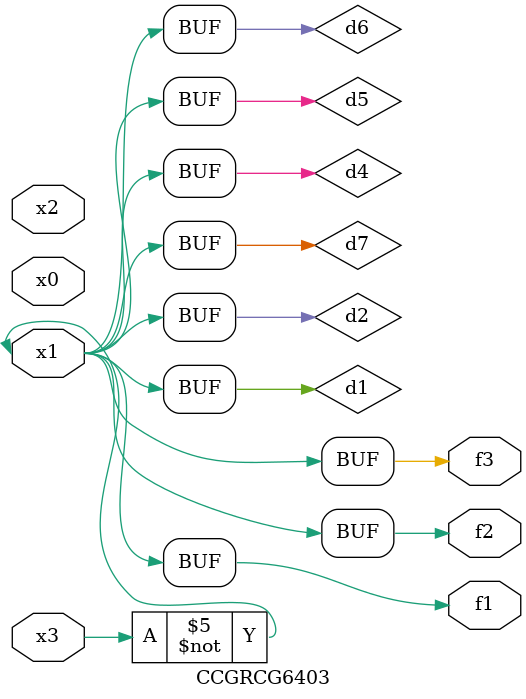
<source format=v>
module CCGRCG6403(
	input x0, x1, x2, x3,
	output f1, f2, f3
);

	wire d1, d2, d3, d4, d5, d6, d7;

	not (d1, x3);
	buf (d2, x1);
	xnor (d3, d1, d2);
	nor (d4, d1);
	buf (d5, d1, d2);
	buf (d6, d4, d5);
	nand (d7, d4);
	assign f1 = d6;
	assign f2 = d7;
	assign f3 = d6;
endmodule

</source>
